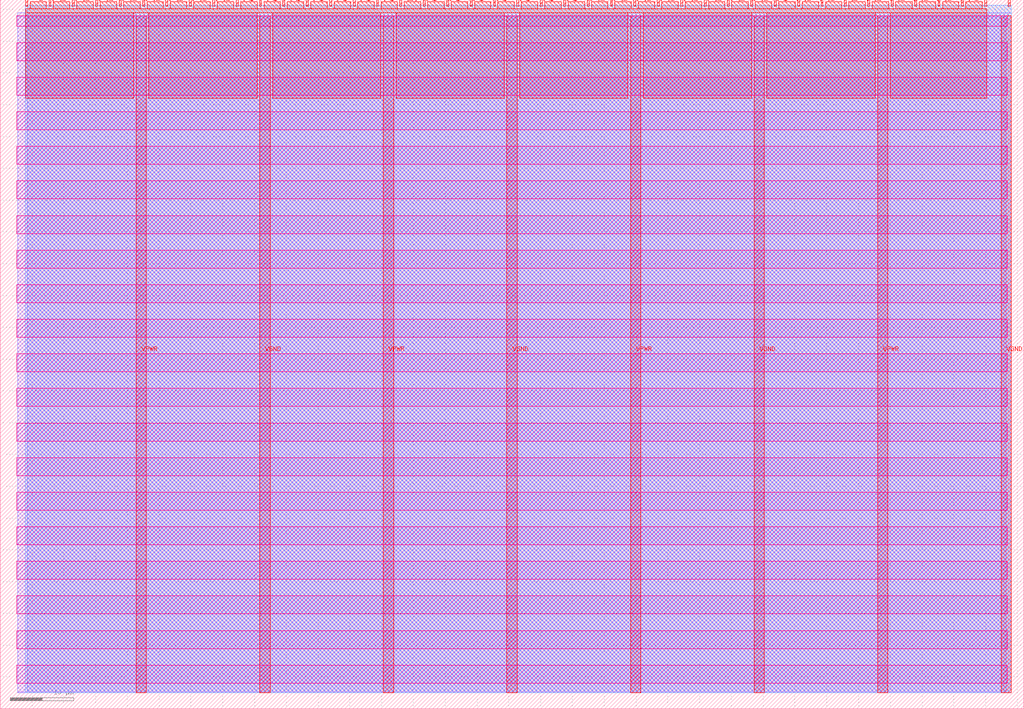
<source format=lef>
VERSION 5.7 ;
  NOWIREEXTENSIONATPIN ON ;
  DIVIDERCHAR "/" ;
  BUSBITCHARS "[]" ;
MACRO tt_um_wokwi_395618714068432897
  CLASS BLOCK ;
  FOREIGN tt_um_wokwi_395618714068432897 ;
  ORIGIN 0.000 0.000 ;
  SIZE 161.000 BY 111.520 ;
  PIN VGND
    DIRECTION INOUT ;
    USE GROUND ;
    PORT
      LAYER met4 ;
        RECT 40.830 2.480 42.430 109.040 ;
    END
    PORT
      LAYER met4 ;
        RECT 79.700 2.480 81.300 109.040 ;
    END
    PORT
      LAYER met4 ;
        RECT 118.570 2.480 120.170 109.040 ;
    END
    PORT
      LAYER met4 ;
        RECT 157.440 2.480 159.040 109.040 ;
    END
  END VGND
  PIN VPWR
    DIRECTION INOUT ;
    USE POWER ;
    PORT
      LAYER met4 ;
        RECT 21.395 2.480 22.995 109.040 ;
    END
    PORT
      LAYER met4 ;
        RECT 60.265 2.480 61.865 109.040 ;
    END
    PORT
      LAYER met4 ;
        RECT 99.135 2.480 100.735 109.040 ;
    END
    PORT
      LAYER met4 ;
        RECT 138.005 2.480 139.605 109.040 ;
    END
  END VPWR
  PIN clk
    DIRECTION INPUT ;
    USE SIGNAL ;
    ANTENNAGATEAREA 0.852000 ;
    PORT
      LAYER met4 ;
        RECT 154.870 110.520 155.170 111.520 ;
    END
  END clk
  PIN ena
    DIRECTION INPUT ;
    USE SIGNAL ;
    PORT
      LAYER met4 ;
        RECT 158.550 110.520 158.850 111.520 ;
    END
  END ena
  PIN rst_n
    DIRECTION INPUT ;
    USE SIGNAL ;
    PORT
      LAYER met4 ;
        RECT 151.190 110.520 151.490 111.520 ;
    END
  END rst_n
  PIN ui_in[0]
    DIRECTION INPUT ;
    USE SIGNAL ;
    PORT
      LAYER met4 ;
        RECT 147.510 110.520 147.810 111.520 ;
    END
  END ui_in[0]
  PIN ui_in[1]
    DIRECTION INPUT ;
    USE SIGNAL ;
    ANTENNAGATEAREA 0.196500 ;
    PORT
      LAYER met4 ;
        RECT 143.830 110.520 144.130 111.520 ;
    END
  END ui_in[1]
  PIN ui_in[2]
    DIRECTION INPUT ;
    USE SIGNAL ;
    ANTENNAGATEAREA 0.196500 ;
    PORT
      LAYER met4 ;
        RECT 140.150 110.520 140.450 111.520 ;
    END
  END ui_in[2]
  PIN ui_in[3]
    DIRECTION INPUT ;
    USE SIGNAL ;
    PORT
      LAYER met4 ;
        RECT 136.470 110.520 136.770 111.520 ;
    END
  END ui_in[3]
  PIN ui_in[4]
    DIRECTION INPUT ;
    USE SIGNAL ;
    PORT
      LAYER met4 ;
        RECT 132.790 110.520 133.090 111.520 ;
    END
  END ui_in[4]
  PIN ui_in[5]
    DIRECTION INPUT ;
    USE SIGNAL ;
    PORT
      LAYER met4 ;
        RECT 129.110 110.520 129.410 111.520 ;
    END
  END ui_in[5]
  PIN ui_in[6]
    DIRECTION INPUT ;
    USE SIGNAL ;
    PORT
      LAYER met4 ;
        RECT 125.430 110.520 125.730 111.520 ;
    END
  END ui_in[6]
  PIN ui_in[7]
    DIRECTION INPUT ;
    USE SIGNAL ;
    PORT
      LAYER met4 ;
        RECT 121.750 110.520 122.050 111.520 ;
    END
  END ui_in[7]
  PIN uio_in[0]
    DIRECTION INPUT ;
    USE SIGNAL ;
    PORT
      LAYER met4 ;
        RECT 118.070 110.520 118.370 111.520 ;
    END
  END uio_in[0]
  PIN uio_in[1]
    DIRECTION INPUT ;
    USE SIGNAL ;
    PORT
      LAYER met4 ;
        RECT 114.390 110.520 114.690 111.520 ;
    END
  END uio_in[1]
  PIN uio_in[2]
    DIRECTION INPUT ;
    USE SIGNAL ;
    PORT
      LAYER met4 ;
        RECT 110.710 110.520 111.010 111.520 ;
    END
  END uio_in[2]
  PIN uio_in[3]
    DIRECTION INPUT ;
    USE SIGNAL ;
    PORT
      LAYER met4 ;
        RECT 107.030 110.520 107.330 111.520 ;
    END
  END uio_in[3]
  PIN uio_in[4]
    DIRECTION INPUT ;
    USE SIGNAL ;
    PORT
      LAYER met4 ;
        RECT 103.350 110.520 103.650 111.520 ;
    END
  END uio_in[4]
  PIN uio_in[5]
    DIRECTION INPUT ;
    USE SIGNAL ;
    PORT
      LAYER met4 ;
        RECT 99.670 110.520 99.970 111.520 ;
    END
  END uio_in[5]
  PIN uio_in[6]
    DIRECTION INPUT ;
    USE SIGNAL ;
    PORT
      LAYER met4 ;
        RECT 95.990 110.520 96.290 111.520 ;
    END
  END uio_in[6]
  PIN uio_in[7]
    DIRECTION INPUT ;
    USE SIGNAL ;
    PORT
      LAYER met4 ;
        RECT 92.310 110.520 92.610 111.520 ;
    END
  END uio_in[7]
  PIN uio_oe[0]
    DIRECTION OUTPUT TRISTATE ;
    USE SIGNAL ;
    PORT
      LAYER met4 ;
        RECT 29.750 110.520 30.050 111.520 ;
    END
  END uio_oe[0]
  PIN uio_oe[1]
    DIRECTION OUTPUT TRISTATE ;
    USE SIGNAL ;
    PORT
      LAYER met4 ;
        RECT 26.070 110.520 26.370 111.520 ;
    END
  END uio_oe[1]
  PIN uio_oe[2]
    DIRECTION OUTPUT TRISTATE ;
    USE SIGNAL ;
    PORT
      LAYER met4 ;
        RECT 22.390 110.520 22.690 111.520 ;
    END
  END uio_oe[2]
  PIN uio_oe[3]
    DIRECTION OUTPUT TRISTATE ;
    USE SIGNAL ;
    PORT
      LAYER met4 ;
        RECT 18.710 110.520 19.010 111.520 ;
    END
  END uio_oe[3]
  PIN uio_oe[4]
    DIRECTION OUTPUT TRISTATE ;
    USE SIGNAL ;
    PORT
      LAYER met4 ;
        RECT 15.030 110.520 15.330 111.520 ;
    END
  END uio_oe[4]
  PIN uio_oe[5]
    DIRECTION OUTPUT TRISTATE ;
    USE SIGNAL ;
    PORT
      LAYER met4 ;
        RECT 11.350 110.520 11.650 111.520 ;
    END
  END uio_oe[5]
  PIN uio_oe[6]
    DIRECTION OUTPUT TRISTATE ;
    USE SIGNAL ;
    PORT
      LAYER met4 ;
        RECT 7.670 110.520 7.970 111.520 ;
    END
  END uio_oe[6]
  PIN uio_oe[7]
    DIRECTION OUTPUT TRISTATE ;
    USE SIGNAL ;
    PORT
      LAYER met4 ;
        RECT 3.990 110.520 4.290 111.520 ;
    END
  END uio_oe[7]
  PIN uio_out[0]
    DIRECTION OUTPUT TRISTATE ;
    USE SIGNAL ;
    PORT
      LAYER met4 ;
        RECT 59.190 110.520 59.490 111.520 ;
    END
  END uio_out[0]
  PIN uio_out[1]
    DIRECTION OUTPUT TRISTATE ;
    USE SIGNAL ;
    PORT
      LAYER met4 ;
        RECT 55.510 110.520 55.810 111.520 ;
    END
  END uio_out[1]
  PIN uio_out[2]
    DIRECTION OUTPUT TRISTATE ;
    USE SIGNAL ;
    PORT
      LAYER met4 ;
        RECT 51.830 110.520 52.130 111.520 ;
    END
  END uio_out[2]
  PIN uio_out[3]
    DIRECTION OUTPUT TRISTATE ;
    USE SIGNAL ;
    PORT
      LAYER met4 ;
        RECT 48.150 110.520 48.450 111.520 ;
    END
  END uio_out[3]
  PIN uio_out[4]
    DIRECTION OUTPUT TRISTATE ;
    USE SIGNAL ;
    PORT
      LAYER met4 ;
        RECT 44.470 110.520 44.770 111.520 ;
    END
  END uio_out[4]
  PIN uio_out[5]
    DIRECTION OUTPUT TRISTATE ;
    USE SIGNAL ;
    PORT
      LAYER met4 ;
        RECT 40.790 110.520 41.090 111.520 ;
    END
  END uio_out[5]
  PIN uio_out[6]
    DIRECTION OUTPUT TRISTATE ;
    USE SIGNAL ;
    PORT
      LAYER met4 ;
        RECT 37.110 110.520 37.410 111.520 ;
    END
  END uio_out[6]
  PIN uio_out[7]
    DIRECTION OUTPUT TRISTATE ;
    USE SIGNAL ;
    PORT
      LAYER met4 ;
        RECT 33.430 110.520 33.730 111.520 ;
    END
  END uio_out[7]
  PIN uo_out[0]
    DIRECTION OUTPUT TRISTATE ;
    USE SIGNAL ;
    ANTENNADIFFAREA 0.795200 ;
    PORT
      LAYER met4 ;
        RECT 88.630 110.520 88.930 111.520 ;
    END
  END uo_out[0]
  PIN uo_out[1]
    DIRECTION OUTPUT TRISTATE ;
    USE SIGNAL ;
    ANTENNADIFFAREA 0.445500 ;
    PORT
      LAYER met4 ;
        RECT 84.950 110.520 85.250 111.520 ;
    END
  END uo_out[1]
  PIN uo_out[2]
    DIRECTION OUTPUT TRISTATE ;
    USE SIGNAL ;
    ANTENNADIFFAREA 0.795200 ;
    PORT
      LAYER met4 ;
        RECT 81.270 110.520 81.570 111.520 ;
    END
  END uo_out[2]
  PIN uo_out[3]
    DIRECTION OUTPUT TRISTATE ;
    USE SIGNAL ;
    ANTENNADIFFAREA 0.795200 ;
    PORT
      LAYER met4 ;
        RECT 77.590 110.520 77.890 111.520 ;
    END
  END uo_out[3]
  PIN uo_out[4]
    DIRECTION OUTPUT TRISTATE ;
    USE SIGNAL ;
    ANTENNADIFFAREA 0.795200 ;
    PORT
      LAYER met4 ;
        RECT 73.910 110.520 74.210 111.520 ;
    END
  END uo_out[4]
  PIN uo_out[5]
    DIRECTION OUTPUT TRISTATE ;
    USE SIGNAL ;
    ANTENNADIFFAREA 0.795200 ;
    PORT
      LAYER met4 ;
        RECT 70.230 110.520 70.530 111.520 ;
    END
  END uo_out[5]
  PIN uo_out[6]
    DIRECTION OUTPUT TRISTATE ;
    USE SIGNAL ;
    ANTENNADIFFAREA 0.795200 ;
    PORT
      LAYER met4 ;
        RECT 66.550 110.520 66.850 111.520 ;
    END
  END uo_out[6]
  PIN uo_out[7]
    DIRECTION OUTPUT TRISTATE ;
    USE SIGNAL ;
    ANTENNADIFFAREA 0.445500 ;
    PORT
      LAYER met4 ;
        RECT 62.870 110.520 63.170 111.520 ;
    END
  END uo_out[7]
  OBS
      LAYER nwell ;
        RECT 2.570 107.385 158.430 108.990 ;
        RECT 2.570 101.945 158.430 104.775 ;
        RECT 2.570 96.505 158.430 99.335 ;
        RECT 2.570 91.065 158.430 93.895 ;
        RECT 2.570 85.625 158.430 88.455 ;
        RECT 2.570 80.185 158.430 83.015 ;
        RECT 2.570 74.745 158.430 77.575 ;
        RECT 2.570 69.305 158.430 72.135 ;
        RECT 2.570 63.865 158.430 66.695 ;
        RECT 2.570 58.425 158.430 61.255 ;
        RECT 2.570 52.985 158.430 55.815 ;
        RECT 2.570 47.545 158.430 50.375 ;
        RECT 2.570 42.105 158.430 44.935 ;
        RECT 2.570 36.665 158.430 39.495 ;
        RECT 2.570 31.225 158.430 34.055 ;
        RECT 2.570 25.785 158.430 28.615 ;
        RECT 2.570 20.345 158.430 23.175 ;
        RECT 2.570 14.905 158.430 17.735 ;
        RECT 2.570 9.465 158.430 12.295 ;
        RECT 2.570 4.025 158.430 6.855 ;
      LAYER li1 ;
        RECT 2.760 2.635 158.240 108.885 ;
      LAYER met1 ;
        RECT 2.760 2.480 159.040 109.440 ;
      LAYER met2 ;
        RECT 4.230 2.535 159.010 110.685 ;
      LAYER met3 ;
        RECT 3.950 2.555 159.030 110.665 ;
      LAYER met4 ;
        RECT 4.690 110.120 7.270 111.170 ;
        RECT 8.370 110.120 10.950 111.170 ;
        RECT 12.050 110.120 14.630 111.170 ;
        RECT 15.730 110.120 18.310 111.170 ;
        RECT 19.410 110.120 21.990 111.170 ;
        RECT 23.090 110.120 25.670 111.170 ;
        RECT 26.770 110.120 29.350 111.170 ;
        RECT 30.450 110.120 33.030 111.170 ;
        RECT 34.130 110.120 36.710 111.170 ;
        RECT 37.810 110.120 40.390 111.170 ;
        RECT 41.490 110.120 44.070 111.170 ;
        RECT 45.170 110.120 47.750 111.170 ;
        RECT 48.850 110.120 51.430 111.170 ;
        RECT 52.530 110.120 55.110 111.170 ;
        RECT 56.210 110.120 58.790 111.170 ;
        RECT 59.890 110.120 62.470 111.170 ;
        RECT 63.570 110.120 66.150 111.170 ;
        RECT 67.250 110.120 69.830 111.170 ;
        RECT 70.930 110.120 73.510 111.170 ;
        RECT 74.610 110.120 77.190 111.170 ;
        RECT 78.290 110.120 80.870 111.170 ;
        RECT 81.970 110.120 84.550 111.170 ;
        RECT 85.650 110.120 88.230 111.170 ;
        RECT 89.330 110.120 91.910 111.170 ;
        RECT 93.010 110.120 95.590 111.170 ;
        RECT 96.690 110.120 99.270 111.170 ;
        RECT 100.370 110.120 102.950 111.170 ;
        RECT 104.050 110.120 106.630 111.170 ;
        RECT 107.730 110.120 110.310 111.170 ;
        RECT 111.410 110.120 113.990 111.170 ;
        RECT 115.090 110.120 117.670 111.170 ;
        RECT 118.770 110.120 121.350 111.170 ;
        RECT 122.450 110.120 125.030 111.170 ;
        RECT 126.130 110.120 128.710 111.170 ;
        RECT 129.810 110.120 132.390 111.170 ;
        RECT 133.490 110.120 136.070 111.170 ;
        RECT 137.170 110.120 139.750 111.170 ;
        RECT 140.850 110.120 143.430 111.170 ;
        RECT 144.530 110.120 147.110 111.170 ;
        RECT 148.210 110.120 150.790 111.170 ;
        RECT 151.890 110.120 154.470 111.170 ;
        RECT 3.975 109.440 155.185 110.120 ;
        RECT 3.975 96.055 20.995 109.440 ;
        RECT 23.395 96.055 40.430 109.440 ;
        RECT 42.830 96.055 59.865 109.440 ;
        RECT 62.265 96.055 79.300 109.440 ;
        RECT 81.700 96.055 98.735 109.440 ;
        RECT 101.135 96.055 118.170 109.440 ;
        RECT 120.570 96.055 137.605 109.440 ;
        RECT 140.005 96.055 155.185 109.440 ;
  END
END tt_um_wokwi_395618714068432897
END LIBRARY


</source>
